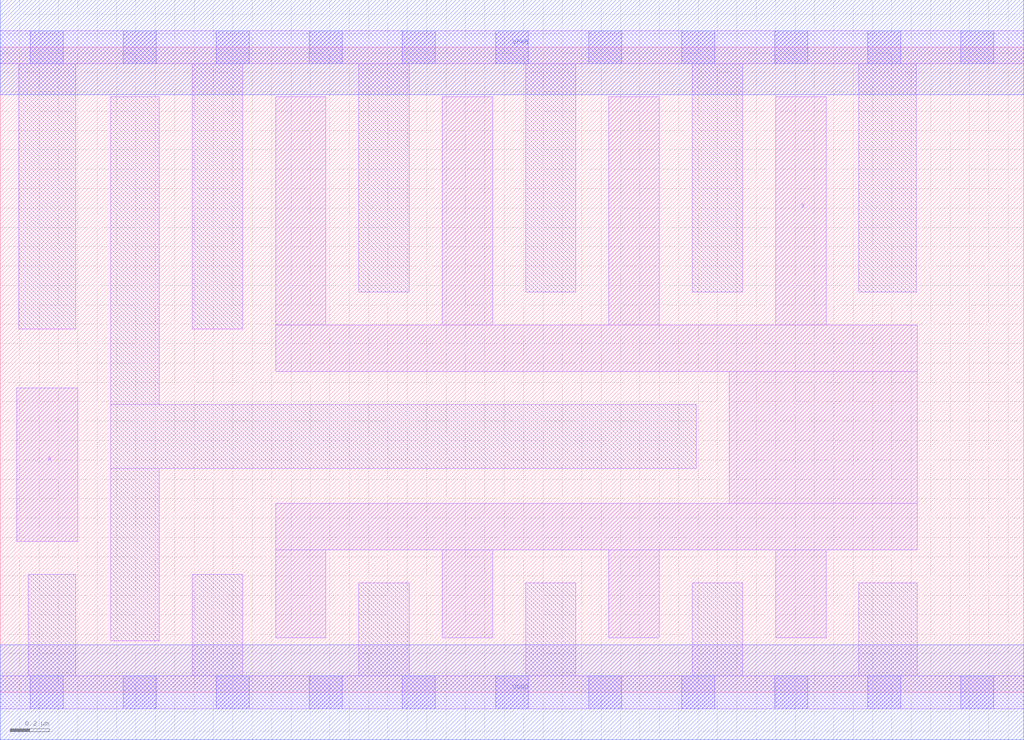
<source format=lef>
# Copyright 2020 The SkyWater PDK Authors
#
# Licensed under the Apache License, Version 2.0 (the "License");
# you may not use this file except in compliance with the License.
# You may obtain a copy of the License at
#
#     https://www.apache.org/licenses/LICENSE-2.0
#
# Unless required by applicable law or agreed to in writing, software
# distributed under the License is distributed on an "AS IS" BASIS,
# WITHOUT WARRANTIES OR CONDITIONS OF ANY KIND, either express or implied.
# See the License for the specific language governing permissions and
# limitations under the License.
#
# SPDX-License-Identifier: Apache-2.0

VERSION 5.7 ;
  NAMESCASESENSITIVE ON ;
  NOWIREEXTENSIONATPIN ON ;
  DIVIDERCHAR "/" ;
  BUSBITCHARS "[]" ;
UNITS
  DATABASE MICRONS 200 ;
END UNITS
MACRO sky130_fd_sc_lp__clkbuf_8
  CLASS CORE ;
  FOREIGN sky130_fd_sc_lp__clkbuf_8 ;
  ORIGIN  0.000000  0.000000 ;
  SIZE  5.280000 BY  3.330000 ;
  SYMMETRY X Y R90 ;
  SITE unit ;
  PIN A
    ANTENNAGATEAREA  0.504000 ;
    DIRECTION INPUT ;
    USE SIGNAL ;
    PORT
      LAYER li1 ;
        RECT 0.085000 0.780000 0.400000 1.570000 ;
    END
  END A
  PIN X
    ANTENNADIFFAREA  1.881600 ;
    DIRECTION OUTPUT ;
    USE SIGNAL ;
    PORT
      LAYER li1 ;
        RECT 1.420000 0.280000 1.680000 0.735000 ;
        RECT 1.420000 0.735000 4.730000 0.975000 ;
        RECT 1.420000 1.655000 4.730000 1.895000 ;
        RECT 1.420000 1.895000 1.680000 3.075000 ;
        RECT 2.280000 0.280000 2.540000 0.735000 ;
        RECT 2.280000 1.895000 2.540000 3.075000 ;
        RECT 3.140000 0.280000 3.400000 0.735000 ;
        RECT 3.140000 1.895000 3.400000 3.075000 ;
        RECT 3.760000 0.975000 4.730000 1.655000 ;
        RECT 4.000000 0.280000 4.260000 0.735000 ;
        RECT 4.000000 1.895000 4.260000 3.075000 ;
    END
  END X
  PIN VGND
    DIRECTION INOUT ;
    USE GROUND ;
    PORT
      LAYER met1 ;
        RECT 0.000000 -0.245000 5.280000 0.245000 ;
    END
  END VGND
  PIN VPWR
    DIRECTION INOUT ;
    USE POWER ;
    PORT
      LAYER met1 ;
        RECT 0.000000 3.085000 5.280000 3.575000 ;
    END
  END VPWR
  OBS
    LAYER li1 ;
      RECT 0.000000 -0.085000 5.280000 0.085000 ;
      RECT 0.000000  3.245000 5.280000 3.415000 ;
      RECT 0.095000  1.875000 0.390000 3.245000 ;
      RECT 0.145000  0.085000 0.390000 0.610000 ;
      RECT 0.570000  0.265000 0.820000 1.155000 ;
      RECT 0.570000  1.155000 3.590000 1.485000 ;
      RECT 0.570000  1.485000 0.820000 3.075000 ;
      RECT 0.990000  0.085000 1.250000 0.610000 ;
      RECT 0.990000  1.875000 1.250000 3.245000 ;
      RECT 1.850000  0.085000 2.110000 0.565000 ;
      RECT 1.850000  2.065000 2.110000 3.245000 ;
      RECT 2.710000  0.085000 2.970000 0.565000 ;
      RECT 2.710000  2.065000 2.970000 3.245000 ;
      RECT 3.570000  0.085000 3.830000 0.565000 ;
      RECT 3.570000  2.065000 3.830000 3.245000 ;
      RECT 4.430000  0.085000 4.730000 0.565000 ;
      RECT 4.430000  2.065000 4.725000 3.245000 ;
    LAYER mcon ;
      RECT 0.155000 -0.085000 0.325000 0.085000 ;
      RECT 0.155000  3.245000 0.325000 3.415000 ;
      RECT 0.635000 -0.085000 0.805000 0.085000 ;
      RECT 0.635000  3.245000 0.805000 3.415000 ;
      RECT 1.115000 -0.085000 1.285000 0.085000 ;
      RECT 1.115000  3.245000 1.285000 3.415000 ;
      RECT 1.595000 -0.085000 1.765000 0.085000 ;
      RECT 1.595000  3.245000 1.765000 3.415000 ;
      RECT 2.075000 -0.085000 2.245000 0.085000 ;
      RECT 2.075000  3.245000 2.245000 3.415000 ;
      RECT 2.555000 -0.085000 2.725000 0.085000 ;
      RECT 2.555000  3.245000 2.725000 3.415000 ;
      RECT 3.035000 -0.085000 3.205000 0.085000 ;
      RECT 3.035000  3.245000 3.205000 3.415000 ;
      RECT 3.515000 -0.085000 3.685000 0.085000 ;
      RECT 3.515000  3.245000 3.685000 3.415000 ;
      RECT 3.995000 -0.085000 4.165000 0.085000 ;
      RECT 3.995000  3.245000 4.165000 3.415000 ;
      RECT 4.475000 -0.085000 4.645000 0.085000 ;
      RECT 4.475000  3.245000 4.645000 3.415000 ;
      RECT 4.955000 -0.085000 5.125000 0.085000 ;
      RECT 4.955000  3.245000 5.125000 3.415000 ;
  END
END sky130_fd_sc_lp__clkbuf_8
END LIBRARY

</source>
